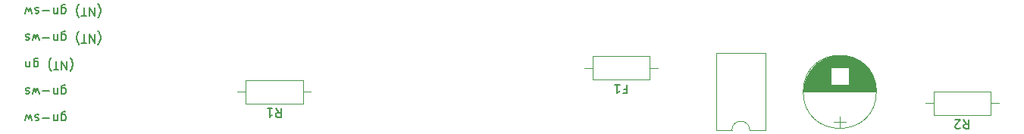
<source format=gto>
G04 #@! TF.GenerationSoftware,KiCad,Pcbnew,(5.1.7)-1*
G04 #@! TF.CreationDate,2022-08-28T21:28:38+02:00*
G04 #@! TF.ProjectId,Skalen-Beleuchtung,536b616c-656e-42d4-9265-6c6575636874,rev?*
G04 #@! TF.SameCoordinates,Original*
G04 #@! TF.FileFunction,Legend,Top*
G04 #@! TF.FilePolarity,Positive*
%FSLAX46Y46*%
G04 Gerber Fmt 4.6, Leading zero omitted, Abs format (unit mm)*
G04 Created by KiCad (PCBNEW (5.1.7)-1) date 2022-08-28 21:28:38*
%MOMM*%
%LPD*%
G01*
G04 APERTURE LIST*
%ADD10C,0.150000*%
%ADD11C,0.120000*%
%ADD12O,1.600000X1.600000*%
%ADD13R,1.600000X1.600000*%
%ADD14R,5.000000X2.000000*%
%ADD15C,1.600000*%
%ADD16R,1.700000X1.700000*%
%ADD17O,1.700000X1.700000*%
%ADD18C,4.000000*%
G04 APERTURE END LIST*
D10*
X91133214Y-47166666D02*
X91180833Y-47214285D01*
X91276071Y-47357142D01*
X91323690Y-47452380D01*
X91371309Y-47595238D01*
X91418928Y-47833333D01*
X91418928Y-48023809D01*
X91371309Y-48261904D01*
X91323690Y-48404761D01*
X91276071Y-48500000D01*
X91180833Y-48642857D01*
X91133214Y-48690476D01*
X90752261Y-47547619D02*
X90752261Y-48547619D01*
X90180833Y-47547619D01*
X90180833Y-48547619D01*
X89847500Y-48547619D02*
X89276071Y-48547619D01*
X89561785Y-47547619D02*
X89561785Y-48547619D01*
X89037976Y-47166666D02*
X88990357Y-47214285D01*
X88895119Y-47357142D01*
X88847500Y-47452380D01*
X88799880Y-47595238D01*
X88752261Y-47833333D01*
X88752261Y-48023809D01*
X88799880Y-48261904D01*
X88847500Y-48404761D01*
X88895119Y-48500000D01*
X88990357Y-48642857D01*
X89037976Y-48690476D01*
X87085595Y-48214285D02*
X87085595Y-47404761D01*
X87133214Y-47309523D01*
X87180833Y-47261904D01*
X87276071Y-47214285D01*
X87418928Y-47214285D01*
X87514166Y-47261904D01*
X87085595Y-47595238D02*
X87180833Y-47547619D01*
X87371309Y-47547619D01*
X87466547Y-47595238D01*
X87514166Y-47642857D01*
X87561785Y-47738095D01*
X87561785Y-48023809D01*
X87514166Y-48119047D01*
X87466547Y-48166666D01*
X87371309Y-48214285D01*
X87180833Y-48214285D01*
X87085595Y-48166666D01*
X86609404Y-48214285D02*
X86609404Y-47547619D01*
X86609404Y-48119047D02*
X86561785Y-48166666D01*
X86466547Y-48214285D01*
X86323690Y-48214285D01*
X86228452Y-48166666D01*
X86180833Y-48071428D01*
X86180833Y-47547619D01*
X85704642Y-47928571D02*
X84942738Y-47928571D01*
X84561785Y-48214285D02*
X84371309Y-47547619D01*
X84180833Y-48023809D01*
X83990357Y-47547619D01*
X83799880Y-48214285D01*
X83466547Y-47595238D02*
X83371309Y-47547619D01*
X83180833Y-47547619D01*
X83085595Y-47595238D01*
X83037976Y-47690476D01*
X83037976Y-47738095D01*
X83085595Y-47833333D01*
X83180833Y-47880952D01*
X83323690Y-47880952D01*
X83418928Y-47928571D01*
X83466547Y-48023809D01*
X83466547Y-48071428D01*
X83418928Y-48166666D01*
X83323690Y-48214285D01*
X83180833Y-48214285D01*
X83085595Y-48166666D01*
X87085595Y-54214285D02*
X87085595Y-53404761D01*
X87133214Y-53309523D01*
X87180833Y-53261904D01*
X87276071Y-53214285D01*
X87418928Y-53214285D01*
X87514166Y-53261904D01*
X87085595Y-53595238D02*
X87180833Y-53547619D01*
X87371309Y-53547619D01*
X87466547Y-53595238D01*
X87514166Y-53642857D01*
X87561785Y-53738095D01*
X87561785Y-54023809D01*
X87514166Y-54119047D01*
X87466547Y-54166666D01*
X87371309Y-54214285D01*
X87180833Y-54214285D01*
X87085595Y-54166666D01*
X86609404Y-54214285D02*
X86609404Y-53547619D01*
X86609404Y-54119047D02*
X86561785Y-54166666D01*
X86466547Y-54214285D01*
X86323690Y-54214285D01*
X86228452Y-54166666D01*
X86180833Y-54071428D01*
X86180833Y-53547619D01*
X85704642Y-53928571D02*
X84942738Y-53928571D01*
X84561785Y-54214285D02*
X84371309Y-53547619D01*
X84180833Y-54023809D01*
X83990357Y-53547619D01*
X83799880Y-54214285D01*
X83466547Y-53595238D02*
X83371309Y-53547619D01*
X83180833Y-53547619D01*
X83085595Y-53595238D01*
X83037976Y-53690476D01*
X83037976Y-53738095D01*
X83085595Y-53833333D01*
X83180833Y-53880952D01*
X83323690Y-53880952D01*
X83418928Y-53928571D01*
X83466547Y-54023809D01*
X83466547Y-54071428D01*
X83418928Y-54166666D01*
X83323690Y-54214285D01*
X83180833Y-54214285D01*
X83085595Y-54166666D01*
X87085595Y-57214285D02*
X87085595Y-56404761D01*
X87133214Y-56309523D01*
X87180833Y-56261904D01*
X87276071Y-56214285D01*
X87418928Y-56214285D01*
X87514166Y-56261904D01*
X87085595Y-56595238D02*
X87180833Y-56547619D01*
X87371309Y-56547619D01*
X87466547Y-56595238D01*
X87514166Y-56642857D01*
X87561785Y-56738095D01*
X87561785Y-57023809D01*
X87514166Y-57119047D01*
X87466547Y-57166666D01*
X87371309Y-57214285D01*
X87180833Y-57214285D01*
X87085595Y-57166666D01*
X86609404Y-57214285D02*
X86609404Y-56547619D01*
X86609404Y-57119047D02*
X86561785Y-57166666D01*
X86466547Y-57214285D01*
X86323690Y-57214285D01*
X86228452Y-57166666D01*
X86180833Y-57071428D01*
X86180833Y-56547619D01*
X85704642Y-56928571D02*
X84942738Y-56928571D01*
X84514166Y-56595238D02*
X84418928Y-56547619D01*
X84228452Y-56547619D01*
X84133214Y-56595238D01*
X84085595Y-56690476D01*
X84085595Y-56738095D01*
X84133214Y-56833333D01*
X84228452Y-56880952D01*
X84371309Y-56880952D01*
X84466547Y-56928571D01*
X84514166Y-57023809D01*
X84514166Y-57071428D01*
X84466547Y-57166666D01*
X84371309Y-57214285D01*
X84228452Y-57214285D01*
X84133214Y-57166666D01*
X83752261Y-57214285D02*
X83561785Y-56547619D01*
X83371309Y-57023809D01*
X83180833Y-56547619D01*
X82990357Y-57214285D01*
X91133214Y-44166666D02*
X91180833Y-44214285D01*
X91276071Y-44357142D01*
X91323690Y-44452380D01*
X91371309Y-44595238D01*
X91418928Y-44833333D01*
X91418928Y-45023809D01*
X91371309Y-45261904D01*
X91323690Y-45404761D01*
X91276071Y-45500000D01*
X91180833Y-45642857D01*
X91133214Y-45690476D01*
X90752261Y-44547619D02*
X90752261Y-45547619D01*
X90180833Y-44547619D01*
X90180833Y-45547619D01*
X89847500Y-45547619D02*
X89276071Y-45547619D01*
X89561785Y-44547619D02*
X89561785Y-45547619D01*
X89037976Y-44166666D02*
X88990357Y-44214285D01*
X88895119Y-44357142D01*
X88847500Y-44452380D01*
X88799880Y-44595238D01*
X88752261Y-44833333D01*
X88752261Y-45023809D01*
X88799880Y-45261904D01*
X88847500Y-45404761D01*
X88895119Y-45500000D01*
X88990357Y-45642857D01*
X89037976Y-45690476D01*
X87085595Y-45214285D02*
X87085595Y-44404761D01*
X87133214Y-44309523D01*
X87180833Y-44261904D01*
X87276071Y-44214285D01*
X87418928Y-44214285D01*
X87514166Y-44261904D01*
X87085595Y-44595238D02*
X87180833Y-44547619D01*
X87371309Y-44547619D01*
X87466547Y-44595238D01*
X87514166Y-44642857D01*
X87561785Y-44738095D01*
X87561785Y-45023809D01*
X87514166Y-45119047D01*
X87466547Y-45166666D01*
X87371309Y-45214285D01*
X87180833Y-45214285D01*
X87085595Y-45166666D01*
X86609404Y-45214285D02*
X86609404Y-44547619D01*
X86609404Y-45119047D02*
X86561785Y-45166666D01*
X86466547Y-45214285D01*
X86323690Y-45214285D01*
X86228452Y-45166666D01*
X86180833Y-45071428D01*
X86180833Y-44547619D01*
X85704642Y-44928571D02*
X84942738Y-44928571D01*
X84514166Y-44595238D02*
X84418928Y-44547619D01*
X84228452Y-44547619D01*
X84133214Y-44595238D01*
X84085595Y-44690476D01*
X84085595Y-44738095D01*
X84133214Y-44833333D01*
X84228452Y-44880952D01*
X84371309Y-44880952D01*
X84466547Y-44928571D01*
X84514166Y-45023809D01*
X84514166Y-45071428D01*
X84466547Y-45166666D01*
X84371309Y-45214285D01*
X84228452Y-45214285D01*
X84133214Y-45166666D01*
X83752261Y-45214285D02*
X83561785Y-44547619D01*
X83371309Y-45023809D01*
X83180833Y-44547619D01*
X82990357Y-45214285D01*
X88037976Y-50166666D02*
X88085595Y-50214285D01*
X88180833Y-50357142D01*
X88228452Y-50452380D01*
X88276071Y-50595238D01*
X88323690Y-50833333D01*
X88323690Y-51023809D01*
X88276071Y-51261904D01*
X88228452Y-51404761D01*
X88180833Y-51500000D01*
X88085595Y-51642857D01*
X88037976Y-51690476D01*
X87657023Y-50547619D02*
X87657023Y-51547619D01*
X87085595Y-50547619D01*
X87085595Y-51547619D01*
X86752261Y-51547619D02*
X86180833Y-51547619D01*
X86466547Y-50547619D02*
X86466547Y-51547619D01*
X85942738Y-50166666D02*
X85895119Y-50214285D01*
X85799880Y-50357142D01*
X85752261Y-50452380D01*
X85704642Y-50595238D01*
X85657023Y-50833333D01*
X85657023Y-51023809D01*
X85704642Y-51261904D01*
X85752261Y-51404761D01*
X85799880Y-51500000D01*
X85895119Y-51642857D01*
X85942738Y-51690476D01*
X83990357Y-51214285D02*
X83990357Y-50404761D01*
X84037976Y-50309523D01*
X84085595Y-50261904D01*
X84180833Y-50214285D01*
X84323690Y-50214285D01*
X84418928Y-50261904D01*
X83990357Y-50595238D02*
X84085595Y-50547619D01*
X84276071Y-50547619D01*
X84371309Y-50595238D01*
X84418928Y-50642857D01*
X84466547Y-50738095D01*
X84466547Y-51023809D01*
X84418928Y-51119047D01*
X84371309Y-51166666D01*
X84276071Y-51214285D01*
X84085595Y-51214285D01*
X83990357Y-51166666D01*
X83514166Y-51214285D02*
X83514166Y-50547619D01*
X83514166Y-51119047D02*
X83466547Y-51166666D01*
X83371309Y-51214285D01*
X83228452Y-51214285D01*
X83133214Y-51166666D01*
X83085595Y-51071428D01*
X83085595Y-50547619D01*
D11*
X163940000Y-58300000D02*
X165710000Y-58300000D01*
X165710000Y-58300000D02*
X165710000Y-49700000D01*
X165710000Y-49700000D02*
X160170000Y-49700000D01*
X160170000Y-49700000D02*
X160170000Y-58300000D01*
X160170000Y-58300000D02*
X161940000Y-58300000D01*
X161940000Y-58300000D02*
G75*
G02*
X163940000Y-58300000I1000000J0D01*
G01*
X173350000Y-57350000D02*
X174650000Y-57350000D01*
X174000000Y-57950000D02*
X174000000Y-56750000D01*
X173754000Y-49919000D02*
X174246000Y-49919000D01*
X173402000Y-49959000D02*
X174598000Y-49959000D01*
X173186000Y-49999000D02*
X174814000Y-49999000D01*
X173017000Y-50039000D02*
X174983000Y-50039000D01*
X172873000Y-50079000D02*
X175127000Y-50079000D01*
X172746000Y-50119000D02*
X175254000Y-50119000D01*
X172631000Y-50159000D02*
X175369000Y-50159000D01*
X172527000Y-50199000D02*
X175473000Y-50199000D01*
X172430000Y-50239000D02*
X175570000Y-50239000D01*
X172340000Y-50279000D02*
X175660000Y-50279000D01*
X172255000Y-50319000D02*
X175745000Y-50319000D01*
X172174000Y-50359000D02*
X175826000Y-50359000D01*
X172098000Y-50399000D02*
X175902000Y-50399000D01*
X172026000Y-50439000D02*
X175974000Y-50439000D01*
X171957000Y-50479000D02*
X176043000Y-50479000D01*
X171891000Y-50519000D02*
X176109000Y-50519000D01*
X171827000Y-50559000D02*
X176173000Y-50559000D01*
X171766000Y-50599000D02*
X176234000Y-50599000D01*
X171707000Y-50639000D02*
X176293000Y-50639000D01*
X171651000Y-50679000D02*
X176349000Y-50679000D01*
X171596000Y-50719000D02*
X176404000Y-50719000D01*
X171543000Y-50759000D02*
X176457000Y-50759000D01*
X171492000Y-50799000D02*
X176508000Y-50799000D01*
X171443000Y-50839000D02*
X176557000Y-50839000D01*
X171395000Y-50879000D02*
X176605000Y-50879000D01*
X171348000Y-50919000D02*
X176652000Y-50919000D01*
X171303000Y-50959000D02*
X176697000Y-50959000D01*
X171260000Y-50999000D02*
X176740000Y-50999000D01*
X171217000Y-51039000D02*
X176783000Y-51039000D01*
X171176000Y-51079000D02*
X176824000Y-51079000D01*
X171135000Y-51119000D02*
X176865000Y-51119000D01*
X171096000Y-51159000D02*
X176904000Y-51159000D01*
X171058000Y-51199000D02*
X176942000Y-51199000D01*
X171021000Y-51239000D02*
X176979000Y-51239000D01*
X174980000Y-51279000D02*
X177015000Y-51279000D01*
X170985000Y-51279000D02*
X173020000Y-51279000D01*
X174980000Y-51319000D02*
X177050000Y-51319000D01*
X170950000Y-51319000D02*
X173020000Y-51319000D01*
X174980000Y-51359000D02*
X177084000Y-51359000D01*
X170916000Y-51359000D02*
X173020000Y-51359000D01*
X174980000Y-51399000D02*
X177118000Y-51399000D01*
X170882000Y-51399000D02*
X173020000Y-51399000D01*
X174980000Y-51439000D02*
X177150000Y-51439000D01*
X170850000Y-51439000D02*
X173020000Y-51439000D01*
X174980000Y-51479000D02*
X177182000Y-51479000D01*
X170818000Y-51479000D02*
X173020000Y-51479000D01*
X174980000Y-51519000D02*
X177213000Y-51519000D01*
X170787000Y-51519000D02*
X173020000Y-51519000D01*
X174980000Y-51559000D02*
X177243000Y-51559000D01*
X170757000Y-51559000D02*
X173020000Y-51559000D01*
X174980000Y-51599000D02*
X177272000Y-51599000D01*
X170728000Y-51599000D02*
X173020000Y-51599000D01*
X174980000Y-51639000D02*
X177301000Y-51639000D01*
X170699000Y-51639000D02*
X173020000Y-51639000D01*
X174980000Y-51679000D02*
X177329000Y-51679000D01*
X170671000Y-51679000D02*
X173020000Y-51679000D01*
X174980000Y-51719000D02*
X177356000Y-51719000D01*
X170644000Y-51719000D02*
X173020000Y-51719000D01*
X174980000Y-51759000D02*
X177383000Y-51759000D01*
X170617000Y-51759000D02*
X173020000Y-51759000D01*
X174980000Y-51799000D02*
X177408000Y-51799000D01*
X170592000Y-51799000D02*
X173020000Y-51799000D01*
X174980000Y-51839000D02*
X177434000Y-51839000D01*
X170566000Y-51839000D02*
X173020000Y-51839000D01*
X174980000Y-51879000D02*
X177458000Y-51879000D01*
X170542000Y-51879000D02*
X173020000Y-51879000D01*
X174980000Y-51919000D02*
X177482000Y-51919000D01*
X170518000Y-51919000D02*
X173020000Y-51919000D01*
X174980000Y-51959000D02*
X177505000Y-51959000D01*
X170495000Y-51959000D02*
X173020000Y-51959000D01*
X174980000Y-51999000D02*
X177528000Y-51999000D01*
X170472000Y-51999000D02*
X173020000Y-51999000D01*
X174980000Y-52039000D02*
X177550000Y-52039000D01*
X170450000Y-52039000D02*
X173020000Y-52039000D01*
X174980000Y-52079000D02*
X177572000Y-52079000D01*
X170428000Y-52079000D02*
X173020000Y-52079000D01*
X174980000Y-52119000D02*
X177593000Y-52119000D01*
X170407000Y-52119000D02*
X173020000Y-52119000D01*
X174980000Y-52159000D02*
X177613000Y-52159000D01*
X170387000Y-52159000D02*
X173020000Y-52159000D01*
X174980000Y-52199000D02*
X177633000Y-52199000D01*
X170367000Y-52199000D02*
X173020000Y-52199000D01*
X174980000Y-52239000D02*
X177652000Y-52239000D01*
X170348000Y-52239000D02*
X173020000Y-52239000D01*
X174980000Y-52279000D02*
X177671000Y-52279000D01*
X170329000Y-52279000D02*
X173020000Y-52279000D01*
X174980000Y-52319000D02*
X177690000Y-52319000D01*
X170310000Y-52319000D02*
X173020000Y-52319000D01*
X174980000Y-52359000D02*
X177707000Y-52359000D01*
X170293000Y-52359000D02*
X173020000Y-52359000D01*
X174980000Y-52399000D02*
X177725000Y-52399000D01*
X170275000Y-52399000D02*
X173020000Y-52399000D01*
X174980000Y-52439000D02*
X177741000Y-52439000D01*
X170259000Y-52439000D02*
X173020000Y-52439000D01*
X174980000Y-52479000D02*
X177758000Y-52479000D01*
X170242000Y-52479000D02*
X173020000Y-52479000D01*
X174980000Y-52519000D02*
X177773000Y-52519000D01*
X170227000Y-52519000D02*
X173020000Y-52519000D01*
X174980000Y-52559000D02*
X177789000Y-52559000D01*
X170211000Y-52559000D02*
X173020000Y-52559000D01*
X174980000Y-52599000D02*
X177803000Y-52599000D01*
X170197000Y-52599000D02*
X173020000Y-52599000D01*
X174980000Y-52639000D02*
X177818000Y-52639000D01*
X170182000Y-52639000D02*
X173020000Y-52639000D01*
X174980000Y-52679000D02*
X177832000Y-52679000D01*
X170168000Y-52679000D02*
X173020000Y-52679000D01*
X174980000Y-52719000D02*
X177845000Y-52719000D01*
X170155000Y-52719000D02*
X173020000Y-52719000D01*
X174980000Y-52759000D02*
X177858000Y-52759000D01*
X170142000Y-52759000D02*
X173020000Y-52759000D01*
X174980000Y-52799000D02*
X177870000Y-52799000D01*
X170130000Y-52799000D02*
X173020000Y-52799000D01*
X174980000Y-52839000D02*
X177883000Y-52839000D01*
X170117000Y-52839000D02*
X173020000Y-52839000D01*
X174980000Y-52879000D02*
X177894000Y-52879000D01*
X170106000Y-52879000D02*
X173020000Y-52879000D01*
X174980000Y-52919000D02*
X177905000Y-52919000D01*
X170095000Y-52919000D02*
X173020000Y-52919000D01*
X174980000Y-52959000D02*
X177916000Y-52959000D01*
X170084000Y-52959000D02*
X173020000Y-52959000D01*
X174980000Y-52999000D02*
X177926000Y-52999000D01*
X170074000Y-52999000D02*
X173020000Y-52999000D01*
X174980000Y-53039000D02*
X177936000Y-53039000D01*
X170064000Y-53039000D02*
X173020000Y-53039000D01*
X174980000Y-53079000D02*
X177946000Y-53079000D01*
X170054000Y-53079000D02*
X173020000Y-53079000D01*
X174980000Y-53119000D02*
X177955000Y-53119000D01*
X170045000Y-53119000D02*
X173020000Y-53119000D01*
X174980000Y-53159000D02*
X177963000Y-53159000D01*
X170037000Y-53159000D02*
X173020000Y-53159000D01*
X174980000Y-53199000D02*
X177971000Y-53199000D01*
X170029000Y-53199000D02*
X173020000Y-53199000D01*
X170021000Y-53239000D02*
X177979000Y-53239000D01*
X170013000Y-53279000D02*
X177987000Y-53279000D01*
X170006000Y-53320000D02*
X177994000Y-53320000D01*
X170000000Y-53360000D02*
X178000000Y-53360000D01*
X169994000Y-53400000D02*
X178006000Y-53400000D01*
X169988000Y-53440000D02*
X178012000Y-53440000D01*
X169983000Y-53480000D02*
X178017000Y-53480000D01*
X169978000Y-53520000D02*
X178022000Y-53520000D01*
X169973000Y-53560000D02*
X178027000Y-53560000D01*
X169969000Y-53600000D02*
X178031000Y-53600000D01*
X169965000Y-53640000D02*
X178035000Y-53640000D01*
X169962000Y-53680000D02*
X178038000Y-53680000D01*
X169959000Y-53720000D02*
X178041000Y-53720000D01*
X169957000Y-53760000D02*
X178043000Y-53760000D01*
X169954000Y-53800000D02*
X178046000Y-53800000D01*
X169953000Y-53840000D02*
X178047000Y-53840000D01*
X169951000Y-53880000D02*
X178049000Y-53880000D01*
X169950000Y-53920000D02*
X178050000Y-53920000D01*
X169950000Y-53960000D02*
X178050000Y-53960000D01*
X169950000Y-54000000D02*
X178050000Y-54000000D01*
X178090000Y-54000000D02*
G75*
G03*
X178090000Y-54000000I-4090000J0D01*
G01*
X152780000Y-52630000D02*
X152780000Y-50010000D01*
X152780000Y-50010000D02*
X146360000Y-50010000D01*
X146360000Y-50010000D02*
X146360000Y-52630000D01*
X146360000Y-52630000D02*
X152780000Y-52630000D01*
X153670000Y-51320000D02*
X152780000Y-51320000D01*
X145470000Y-51320000D02*
X146360000Y-51320000D01*
X190880000Y-56580000D02*
X190880000Y-53960000D01*
X190880000Y-53960000D02*
X184460000Y-53960000D01*
X184460000Y-53960000D02*
X184460000Y-56580000D01*
X184460000Y-56580000D02*
X190880000Y-56580000D01*
X191770000Y-55270000D02*
X190880000Y-55270000D01*
X183570000Y-55270000D02*
X184460000Y-55270000D01*
X114040000Y-55310000D02*
X114040000Y-52690000D01*
X114040000Y-52690000D02*
X107620000Y-52690000D01*
X107620000Y-52690000D02*
X107620000Y-55310000D01*
X107620000Y-55310000D02*
X114040000Y-55310000D01*
X114930000Y-54000000D02*
X114040000Y-54000000D01*
X106730000Y-54000000D02*
X107620000Y-54000000D01*
D10*
X149903333Y-53701428D02*
X150236666Y-53701428D01*
X150236666Y-53177619D02*
X150236666Y-54177619D01*
X149760476Y-54177619D01*
X148855714Y-53177619D02*
X149427142Y-53177619D01*
X149141428Y-53177619D02*
X149141428Y-54177619D01*
X149236666Y-54034761D01*
X149331904Y-53939523D01*
X149427142Y-53891904D01*
X187836666Y-57127619D02*
X188170000Y-57603809D01*
X188408095Y-57127619D02*
X188408095Y-58127619D01*
X188027142Y-58127619D01*
X187931904Y-58080000D01*
X187884285Y-58032380D01*
X187836666Y-57937142D01*
X187836666Y-57794285D01*
X187884285Y-57699047D01*
X187931904Y-57651428D01*
X188027142Y-57603809D01*
X188408095Y-57603809D01*
X187455714Y-58032380D02*
X187408095Y-58080000D01*
X187312857Y-58127619D01*
X187074761Y-58127619D01*
X186979523Y-58080000D01*
X186931904Y-58032380D01*
X186884285Y-57937142D01*
X186884285Y-57841904D01*
X186931904Y-57699047D01*
X187503333Y-57127619D01*
X186884285Y-57127619D01*
X110996666Y-55857619D02*
X111330000Y-56333809D01*
X111568095Y-55857619D02*
X111568095Y-56857619D01*
X111187142Y-56857619D01*
X111091904Y-56810000D01*
X111044285Y-56762380D01*
X110996666Y-56667142D01*
X110996666Y-56524285D01*
X111044285Y-56429047D01*
X111091904Y-56381428D01*
X111187142Y-56333809D01*
X111568095Y-56333809D01*
X110044285Y-55857619D02*
X110615714Y-55857619D01*
X110330000Y-55857619D02*
X110330000Y-56857619D01*
X110425238Y-56714761D01*
X110520476Y-56619523D01*
X110615714Y-56571904D01*
%LPC*%
D12*
X159130000Y-56400000D03*
X166750000Y-51320000D03*
X159130000Y-51320000D03*
D13*
X166750000Y-56400000D03*
D14*
X78750000Y-45000000D03*
X78750000Y-54000000D03*
X78750000Y-57000000D03*
X78750000Y-48000000D03*
D13*
X174000000Y-55750000D03*
D15*
X174000000Y-52250000D03*
X154650000Y-51320000D03*
D12*
X144490000Y-51320000D03*
D15*
X192750000Y-55270000D03*
D12*
X182590000Y-55270000D03*
D15*
X115910000Y-54000000D03*
D12*
X105750000Y-54000000D03*
D14*
X78750000Y-51000000D03*
D16*
X136250000Y-52730000D03*
D17*
X136250000Y-55270000D03*
D16*
X198750000Y-52730000D03*
D17*
X198750000Y-55270000D03*
D18*
X96250000Y-54000000D03*
X208500000Y-54000000D03*
M02*

</source>
